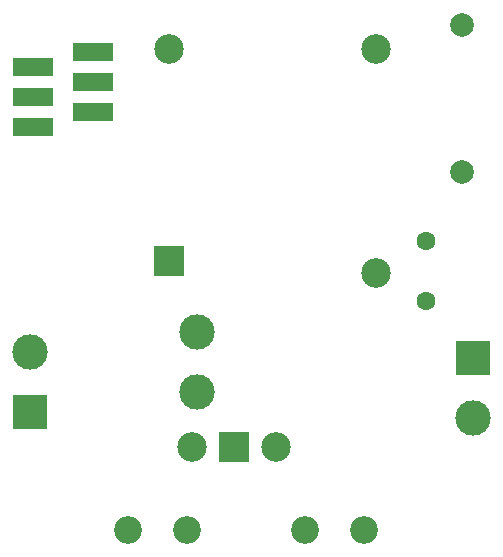
<source format=gbr>
G04 #@! TF.FileFunction,Soldermask,Bot*
%FSLAX46Y46*%
G04 Gerber Fmt 4.6, Leading zero omitted, Abs format (unit mm)*
G04 Created by KiCad (PCBNEW 4.0.2+dfsg1-stable) date dim. 11 sept. 2016 16:56:50 CEST*
%MOMM*%
G01*
G04 APERTURE LIST*
%ADD10C,0.150000*%
%ADD11R,2.500000X2.500000*%
%ADD12C,2.500000*%
%ADD13R,3.000000X3.000000*%
%ADD14C,3.000000*%
%ADD15R,3.497580X1.498600*%
%ADD16C,1.600000*%
%ADD17C,2.000000*%
%ADD18C,2.349500*%
G04 APERTURE END LIST*
D10*
D11*
X68500000Y-79750000D03*
D12*
X72056000Y-79750000D03*
X64944000Y-79750000D03*
D13*
X51250000Y-76790000D03*
D14*
X51250000Y-71710000D03*
D12*
X63000000Y-46000000D03*
D11*
X63000000Y-64000000D03*
D12*
X80500000Y-65000000D03*
X80500000Y-46000000D03*
D15*
X51460000Y-52675000D03*
X56540000Y-51405000D03*
X51460000Y-50135000D03*
X56540000Y-48865000D03*
X51460000Y-47595000D03*
X56540000Y-46325000D03*
D14*
X65400000Y-69960000D03*
X65400000Y-75040000D03*
D16*
X84800000Y-67340000D03*
X84800000Y-62260000D03*
D17*
X87800000Y-56450000D03*
X87800000Y-43970000D03*
D13*
X88750000Y-72210000D03*
D14*
X88750000Y-77290000D03*
D18*
X74501260Y-86750000D03*
X79499980Y-86750000D03*
X64498740Y-86750000D03*
X59500020Y-86750000D03*
M02*

</source>
